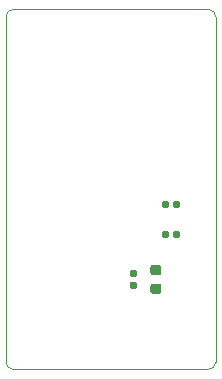
<source format=gbr>
%TF.GenerationSoftware,KiCad,Pcbnew,5.1.7+dfsg1-1~bpo10+1*%
%TF.CreationDate,Date%
%TF.ProjectId,ProMicro_TEST,50726f4d-6963-4726-9f5f-544553542e6b,v1.0*%
%TF.SameCoordinates,Original*%
%TF.FileFunction,Paste,Bot*%
%TF.FilePolarity,Positive*%
%FSLAX45Y45*%
G04 Gerber Fmt 4.5, Leading zero omitted, Abs format (unit mm)*
G04 Created by KiCad*
%MOMM*%
%LPD*%
G01*
G04 APERTURE LIST*
%TA.AperFunction,Profile*%
%ADD10C,0.100000*%
%TD*%
G04 APERTURE END LIST*
D10*
X127000Y2857500D02*
X127000Y-63500D01*
X-1651000Y-63500D02*
X-1651000Y2857500D01*
X-1587500Y-127000D02*
G75*
G02*
X-1651000Y-63500I0J63500D01*
G01*
X127000Y-63500D02*
G75*
G02*
X63500Y-127000I-63500J0D01*
G01*
X63500Y2921000D02*
G75*
G02*
X127000Y2857500I0J-63500D01*
G01*
X-1651000Y2857500D02*
G75*
G02*
X-1587500Y2921000I63500J0D01*
G01*
X63500Y-127000D02*
X-1587500Y-127000D01*
X-1587500Y2921000D02*
X63500Y2921000D01*
G36*
G01*
X-273000Y1033250D02*
X-273000Y998750D01*
G75*
G02*
X-287750Y984000I-14750J0D01*
G01*
X-317250Y984000D01*
G75*
G02*
X-332000Y998750I0J14750D01*
G01*
X-332000Y1033250D01*
G75*
G02*
X-317250Y1048000I14750J0D01*
G01*
X-287750Y1048000D01*
G75*
G02*
X-273000Y1033250I0J-14750D01*
G01*
G37*
G36*
G01*
X-176000Y1033250D02*
X-176000Y998750D01*
G75*
G02*
X-190750Y984000I-14750J0D01*
G01*
X-220250Y984000D01*
G75*
G02*
X-235000Y998750I0J14750D01*
G01*
X-235000Y1033250D01*
G75*
G02*
X-220250Y1048000I14750J0D01*
G01*
X-190750Y1048000D01*
G75*
G02*
X-176000Y1033250I0J-14750D01*
G01*
G37*
G36*
G01*
X-273000Y1287250D02*
X-273000Y1252750D01*
G75*
G02*
X-287750Y1238000I-14750J0D01*
G01*
X-317250Y1238000D01*
G75*
G02*
X-332000Y1252750I0J14750D01*
G01*
X-332000Y1287250D01*
G75*
G02*
X-317250Y1302000I14750J0D01*
G01*
X-287750Y1302000D01*
G75*
G02*
X-273000Y1287250I0J-14750D01*
G01*
G37*
G36*
G01*
X-176000Y1287250D02*
X-176000Y1252750D01*
G75*
G02*
X-190750Y1238000I-14750J0D01*
G01*
X-220250Y1238000D01*
G75*
G02*
X-235000Y1252750I0J14750D01*
G01*
X-235000Y1287250D01*
G75*
G02*
X-220250Y1302000I14750J0D01*
G01*
X-190750Y1302000D01*
G75*
G02*
X-176000Y1287250I0J-14750D01*
G01*
G37*
G36*
G01*
X-406625Y600000D02*
X-355375Y600000D01*
G75*
G02*
X-333500Y578125I0J-21875D01*
G01*
X-333500Y534375D01*
G75*
G02*
X-355375Y512500I-21875J0D01*
G01*
X-406625Y512500D01*
G75*
G02*
X-428500Y534375I0J21875D01*
G01*
X-428500Y578125D01*
G75*
G02*
X-406625Y600000I21875J0D01*
G01*
G37*
G36*
G01*
X-406625Y757500D02*
X-355375Y757500D01*
G75*
G02*
X-333500Y735625I0J-21875D01*
G01*
X-333500Y691875D01*
G75*
G02*
X-355375Y670000I-21875J0D01*
G01*
X-406625Y670000D01*
G75*
G02*
X-428500Y691875I0J21875D01*
G01*
X-428500Y735625D01*
G75*
G02*
X-406625Y757500I21875J0D01*
G01*
G37*
G36*
G01*
X-588750Y616000D02*
X-554250Y616000D01*
G75*
G02*
X-539500Y601250I0J-14750D01*
G01*
X-539500Y571750D01*
G75*
G02*
X-554250Y557000I-14750J0D01*
G01*
X-588750Y557000D01*
G75*
G02*
X-603500Y571750I0J14750D01*
G01*
X-603500Y601250D01*
G75*
G02*
X-588750Y616000I14750J0D01*
G01*
G37*
G36*
G01*
X-588750Y713000D02*
X-554250Y713000D01*
G75*
G02*
X-539500Y698250I0J-14750D01*
G01*
X-539500Y668750D01*
G75*
G02*
X-554250Y654000I-14750J0D01*
G01*
X-588750Y654000D01*
G75*
G02*
X-603500Y668750I0J14750D01*
G01*
X-603500Y698250D01*
G75*
G02*
X-588750Y713000I14750J0D01*
G01*
G37*
M02*

</source>
